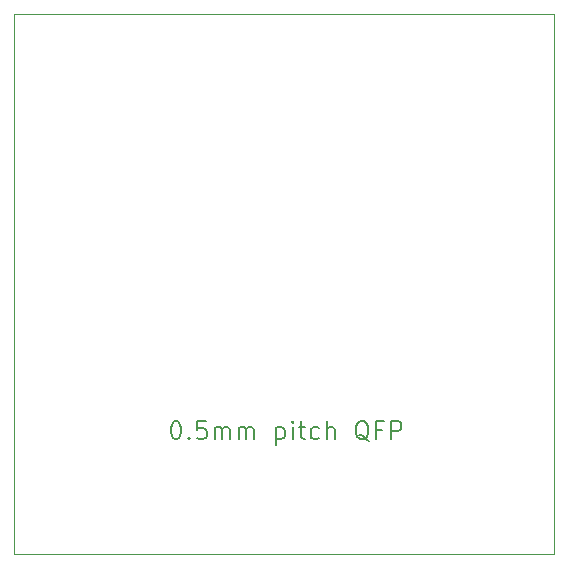
<source format=gto>
G04 This is an RS-274x file exported by *
G04 gerbv version 2.6.0 *
G04 More information is available about gerbv at *
G04 http://gerbv.gpleda.org/ *
G04 --End of header info--*
%MOIN*%
%FSLAX34Y34*%
%IPPOS*%
G04 --Define apertures--*
%ADD10C,0.0060*%
%ADD11C,0.0070*%
%ADD12C,0.0039*%
G04 --Start main section--*
G54D11*
G01X0044737Y-052951D02*
G01X0044794Y-052951D01*
G01X0044794Y-052951D02*
G01X0044851Y-052980D01*
G01X0044851Y-052980D02*
G01X0044880Y-053008D01*
G01X0044880Y-053008D02*
G01X0044908Y-053065D01*
G01X0044908Y-053065D02*
G01X0044937Y-053180D01*
G01X0044937Y-053180D02*
G01X0044937Y-053322D01*
G01X0044937Y-053322D02*
G01X0044908Y-053437D01*
G01X0044908Y-053437D02*
G01X0044880Y-053494D01*
G01X0044880Y-053494D02*
G01X0044851Y-053522D01*
G01X0044851Y-053522D02*
G01X0044794Y-053551D01*
G01X0044794Y-053551D02*
G01X0044737Y-053551D01*
G01X0044737Y-053551D02*
G01X0044680Y-053522D01*
G01X0044680Y-053522D02*
G01X0044651Y-053494D01*
G01X0044651Y-053494D02*
G01X0044622Y-053437D01*
G01X0044622Y-053437D02*
G01X0044594Y-053322D01*
G01X0044594Y-053322D02*
G01X0044594Y-053180D01*
G01X0044594Y-053180D02*
G01X0044622Y-053065D01*
G01X0044622Y-053065D02*
G01X0044651Y-053008D01*
G01X0044651Y-053008D02*
G01X0044680Y-052980D01*
G01X0044680Y-052980D02*
G01X0044737Y-052951D01*
G01X0045194Y-053494D02*
G01X0045222Y-053522D01*
G01X0045222Y-053522D02*
G01X0045194Y-053551D01*
G01X0045194Y-053551D02*
G01X0045165Y-053522D01*
G01X0045165Y-053522D02*
G01X0045194Y-053494D01*
G01X0045194Y-053494D02*
G01X0045194Y-053551D01*
G01X0045765Y-052951D02*
G01X0045480Y-052951D01*
G01X0045480Y-052951D02*
G01X0045451Y-053237D01*
G01X0045451Y-053237D02*
G01X0045480Y-053208D01*
G01X0045480Y-053208D02*
G01X0045537Y-053180D01*
G01X0045537Y-053180D02*
G01X0045680Y-053180D01*
G01X0045680Y-053180D02*
G01X0045737Y-053208D01*
G01X0045737Y-053208D02*
G01X0045765Y-053237D01*
G01X0045765Y-053237D02*
G01X0045794Y-053294D01*
G01X0045794Y-053294D02*
G01X0045794Y-053437D01*
G01X0045794Y-053437D02*
G01X0045765Y-053494D01*
G01X0045765Y-053494D02*
G01X0045737Y-053522D01*
G01X0045737Y-053522D02*
G01X0045680Y-053551D01*
G01X0045680Y-053551D02*
G01X0045537Y-053551D01*
G01X0045537Y-053551D02*
G01X0045480Y-053522D01*
G01X0045480Y-053522D02*
G01X0045451Y-053494D01*
G01X0046051Y-053551D02*
G01X0046051Y-053151D01*
G01X0046051Y-053208D02*
G01X0046080Y-053180D01*
G01X0046080Y-053180D02*
G01X0046137Y-053151D01*
G01X0046137Y-053151D02*
G01X0046222Y-053151D01*
G01X0046222Y-053151D02*
G01X0046280Y-053180D01*
G01X0046280Y-053180D02*
G01X0046308Y-053237D01*
G01X0046308Y-053237D02*
G01X0046308Y-053551D01*
G01X0046308Y-053237D02*
G01X0046337Y-053180D01*
G01X0046337Y-053180D02*
G01X0046394Y-053151D01*
G01X0046394Y-053151D02*
G01X0046480Y-053151D01*
G01X0046480Y-053151D02*
G01X0046537Y-053180D01*
G01X0046537Y-053180D02*
G01X0046565Y-053237D01*
G01X0046565Y-053237D02*
G01X0046565Y-053551D01*
G01X0046851Y-053551D02*
G01X0046851Y-053151D01*
G01X0046851Y-053208D02*
G01X0046880Y-053180D01*
G01X0046880Y-053180D02*
G01X0046937Y-053151D01*
G01X0046937Y-053151D02*
G01X0047022Y-053151D01*
G01X0047022Y-053151D02*
G01X0047080Y-053180D01*
G01X0047080Y-053180D02*
G01X0047108Y-053237D01*
G01X0047108Y-053237D02*
G01X0047108Y-053551D01*
G01X0047108Y-053237D02*
G01X0047137Y-053180D01*
G01X0047137Y-053180D02*
G01X0047194Y-053151D01*
G01X0047194Y-053151D02*
G01X0047280Y-053151D01*
G01X0047280Y-053151D02*
G01X0047337Y-053180D01*
G01X0047337Y-053180D02*
G01X0047365Y-053237D01*
G01X0047365Y-053237D02*
G01X0047365Y-053551D01*
G01X0048108Y-053151D02*
G01X0048108Y-053751D01*
G01X0048108Y-053180D02*
G01X0048165Y-053151D01*
G01X0048165Y-053151D02*
G01X0048280Y-053151D01*
G01X0048280Y-053151D02*
G01X0048337Y-053180D01*
G01X0048337Y-053180D02*
G01X0048365Y-053208D01*
G01X0048365Y-053208D02*
G01X0048394Y-053265D01*
G01X0048394Y-053265D02*
G01X0048394Y-053437D01*
G01X0048394Y-053437D02*
G01X0048365Y-053494D01*
G01X0048365Y-053494D02*
G01X0048337Y-053522D01*
G01X0048337Y-053522D02*
G01X0048280Y-053551D01*
G01X0048280Y-053551D02*
G01X0048165Y-053551D01*
G01X0048165Y-053551D02*
G01X0048108Y-053522D01*
G01X0048651Y-053551D02*
G01X0048651Y-053151D01*
G01X0048651Y-052951D02*
G01X0048622Y-052980D01*
G01X0048622Y-052980D02*
G01X0048651Y-053008D01*
G01X0048651Y-053008D02*
G01X0048680Y-052980D01*
G01X0048680Y-052980D02*
G01X0048651Y-052951D01*
G01X0048651Y-052951D02*
G01X0048651Y-053008D01*
G01X0048851Y-053151D02*
G01X0049080Y-053151D01*
G01X0048937Y-052951D02*
G01X0048937Y-053465D01*
G01X0048937Y-053465D02*
G01X0048965Y-053522D01*
G01X0048965Y-053522D02*
G01X0049022Y-053551D01*
G01X0049022Y-053551D02*
G01X0049080Y-053551D01*
G01X0049537Y-053522D02*
G01X0049480Y-053551D01*
G01X0049480Y-053551D02*
G01X0049365Y-053551D01*
G01X0049365Y-053551D02*
G01X0049308Y-053522D01*
G01X0049308Y-053522D02*
G01X0049280Y-053494D01*
G01X0049280Y-053494D02*
G01X0049251Y-053437D01*
G01X0049251Y-053437D02*
G01X0049251Y-053265D01*
G01X0049251Y-053265D02*
G01X0049280Y-053208D01*
G01X0049280Y-053208D02*
G01X0049308Y-053180D01*
G01X0049308Y-053180D02*
G01X0049365Y-053151D01*
G01X0049365Y-053151D02*
G01X0049480Y-053151D01*
G01X0049480Y-053151D02*
G01X0049537Y-053180D01*
G01X0049794Y-053551D02*
G01X0049794Y-052951D01*
G01X0050051Y-053551D02*
G01X0050051Y-053237D01*
G01X0050051Y-053237D02*
G01X0050022Y-053180D01*
G01X0050022Y-053180D02*
G01X0049965Y-053151D01*
G01X0049965Y-053151D02*
G01X0049880Y-053151D01*
G01X0049880Y-053151D02*
G01X0049822Y-053180D01*
G01X0049822Y-053180D02*
G01X0049794Y-053208D01*
G01X0051194Y-053608D02*
G01X0051137Y-053580D01*
G01X0051137Y-053580D02*
G01X0051080Y-053522D01*
G01X0051080Y-053522D02*
G01X0050994Y-053437D01*
G01X0050994Y-053437D02*
G01X0050937Y-053408D01*
G01X0050937Y-053408D02*
G01X0050880Y-053408D01*
G01X0050908Y-053551D02*
G01X0050851Y-053522D01*
G01X0050851Y-053522D02*
G01X0050794Y-053465D01*
G01X0050794Y-053465D02*
G01X0050765Y-053351D01*
G01X0050765Y-053351D02*
G01X0050765Y-053151D01*
G01X0050765Y-053151D02*
G01X0050794Y-053037D01*
G01X0050794Y-053037D02*
G01X0050851Y-052980D01*
G01X0050851Y-052980D02*
G01X0050908Y-052951D01*
G01X0050908Y-052951D02*
G01X0051022Y-052951D01*
G01X0051022Y-052951D02*
G01X0051080Y-052980D01*
G01X0051080Y-052980D02*
G01X0051137Y-053037D01*
G01X0051137Y-053037D02*
G01X0051165Y-053151D01*
G01X0051165Y-053151D02*
G01X0051165Y-053351D01*
G01X0051165Y-053351D02*
G01X0051137Y-053465D01*
G01X0051137Y-053465D02*
G01X0051080Y-053522D01*
G01X0051080Y-053522D02*
G01X0051022Y-053551D01*
G01X0051022Y-053551D02*
G01X0050908Y-053551D01*
G01X0051622Y-053237D02*
G01X0051422Y-053237D01*
G01X0051422Y-053551D02*
G01X0051422Y-052951D01*
G01X0051422Y-052951D02*
G01X0051708Y-052951D01*
G01X0051937Y-053551D02*
G01X0051937Y-052951D01*
G01X0051937Y-052951D02*
G01X0052165Y-052951D01*
G01X0052165Y-052951D02*
G01X0052222Y-052980D01*
G01X0052222Y-052980D02*
G01X0052251Y-053008D01*
G01X0052251Y-053008D02*
G01X0052280Y-053065D01*
G01X0052280Y-053065D02*
G01X0052280Y-053151D01*
G01X0052280Y-053151D02*
G01X0052251Y-053208D01*
G01X0052251Y-053208D02*
G01X0052222Y-053237D01*
G01X0052222Y-053237D02*
G01X0052165Y-053265D01*
G01X0052165Y-053265D02*
G01X0051937Y-053265D01*
G54D12*
G01X0057370Y-057370D02*
G01X0039370Y-057370D01*
G01X0057370Y-039370D02*
G01X0057370Y-057370D01*
G01X0039370Y-039370D02*
G01X0039370Y-057370D01*
G01X0039370Y-039370D02*
G01X0057370Y-039370D01*
M02*

</source>
